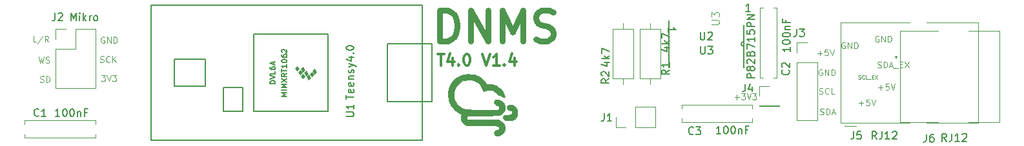
<source format=gbr>
G04 #@! TF.GenerationSoftware,KiCad,Pcbnew,(5.1.5)-3*
G04 #@! TF.CreationDate,2020-07-14T16:47:23+02:00*
G04 #@! TF.ProjectId,DNMS,444e4d53-2e6b-4696-9361-645f70636258,0.9.0*
G04 #@! TF.SameCoordinates,Original*
G04 #@! TF.FileFunction,Legend,Top*
G04 #@! TF.FilePolarity,Positive*
%FSLAX46Y46*%
G04 Gerber Fmt 4.6, Leading zero omitted, Abs format (unit mm)*
G04 Created by KiCad (PCBNEW (5.1.5)-3) date 2020-07-14 16:47:23*
%MOMM*%
%LPD*%
G04 APERTURE LIST*
%ADD10C,0.100000*%
%ADD11C,0.080000*%
%ADD12C,0.150000*%
%ADD13C,0.300000*%
%ADD14C,0.750000*%
%ADD15C,0.200000*%
%ADD16C,0.120000*%
%ADD17C,0.010000*%
%ADD18C,0.152400*%
%ADD19C,0.015000*%
G04 APERTURE END LIST*
D10*
X173271432Y-83717089D02*
X173385718Y-83755184D01*
X173576194Y-83755184D01*
X173652384Y-83717089D01*
X173690480Y-83678994D01*
X173728575Y-83602803D01*
X173728575Y-83526613D01*
X173690480Y-83450422D01*
X173652384Y-83412327D01*
X173576194Y-83374232D01*
X173423813Y-83336137D01*
X173347622Y-83298041D01*
X173309527Y-83259946D01*
X173271432Y-83183756D01*
X173271432Y-83107565D01*
X173309527Y-83031375D01*
X173347622Y-82993280D01*
X173423813Y-82955184D01*
X173614289Y-82955184D01*
X173728575Y-82993280D01*
X174071432Y-83755184D02*
X174071432Y-82955184D01*
X174261908Y-82955184D01*
X174376194Y-82993280D01*
X174452384Y-83069470D01*
X174490480Y-83145660D01*
X174528575Y-83298041D01*
X174528575Y-83412327D01*
X174490480Y-83564708D01*
X174452384Y-83640899D01*
X174376194Y-83717089D01*
X174261908Y-83755184D01*
X174071432Y-83755184D01*
X174833337Y-83526613D02*
X175214289Y-83526613D01*
X174757146Y-83755184D02*
X175023813Y-82955184D01*
X175290480Y-83755184D01*
X175366670Y-83831375D02*
X175976194Y-83831375D01*
X176166670Y-83336137D02*
X176433337Y-83336137D01*
X176547622Y-83755184D02*
X176166670Y-83755184D01*
X176166670Y-82955184D01*
X176547622Y-82955184D01*
X176814289Y-82955184D02*
X177347622Y-83755184D01*
X177347622Y-82955184D02*
X176814289Y-83755184D01*
D11*
X170730860Y-85198400D02*
X170802288Y-85222210D01*
X170921336Y-85222210D01*
X170968955Y-85198400D01*
X170992764Y-85174591D01*
X171016574Y-85126972D01*
X171016574Y-85079353D01*
X170992764Y-85031734D01*
X170968955Y-85007924D01*
X170921336Y-84984115D01*
X170826098Y-84960305D01*
X170778479Y-84936496D01*
X170754669Y-84912686D01*
X170730860Y-84865067D01*
X170730860Y-84817448D01*
X170754669Y-84769829D01*
X170778479Y-84746020D01*
X170826098Y-84722210D01*
X170945145Y-84722210D01*
X171016574Y-84746020D01*
X171516574Y-85174591D02*
X171492764Y-85198400D01*
X171421336Y-85222210D01*
X171373717Y-85222210D01*
X171302288Y-85198400D01*
X171254669Y-85150781D01*
X171230860Y-85103162D01*
X171207050Y-85007924D01*
X171207050Y-84936496D01*
X171230860Y-84841258D01*
X171254669Y-84793639D01*
X171302288Y-84746020D01*
X171373717Y-84722210D01*
X171421336Y-84722210D01*
X171492764Y-84746020D01*
X171516574Y-84769829D01*
X171968955Y-85222210D02*
X171730860Y-85222210D01*
X171730860Y-84722210D01*
X172016574Y-85269829D02*
X172397526Y-85269829D01*
X172516574Y-84960305D02*
X172683240Y-84960305D01*
X172754669Y-85222210D02*
X172516574Y-85222210D01*
X172516574Y-84722210D01*
X172754669Y-84722210D01*
X172921336Y-84722210D02*
X173254669Y-85222210D01*
X173254669Y-84722210D02*
X172921336Y-85222210D01*
D10*
X170802428Y-88421202D02*
X171411952Y-88421202D01*
X171107190Y-88725964D02*
X171107190Y-88116440D01*
X172173857Y-87925964D02*
X171792904Y-87925964D01*
X171754809Y-88306917D01*
X171792904Y-88268821D01*
X171869095Y-88230726D01*
X172059571Y-88230726D01*
X172135761Y-88268821D01*
X172173857Y-88306917D01*
X172211952Y-88383107D01*
X172211952Y-88573583D01*
X172173857Y-88649774D01*
X172135761Y-88687869D01*
X172059571Y-88725964D01*
X171869095Y-88725964D01*
X171792904Y-88687869D01*
X171754809Y-88649774D01*
X172440523Y-87925964D02*
X172707190Y-88725964D01*
X172973857Y-87925964D01*
X173342428Y-86343482D02*
X173951952Y-86343482D01*
X173647190Y-86648244D02*
X173647190Y-86038720D01*
X174713857Y-85848244D02*
X174332904Y-85848244D01*
X174294809Y-86229197D01*
X174332904Y-86191101D01*
X174409095Y-86153006D01*
X174599571Y-86153006D01*
X174675761Y-86191101D01*
X174713857Y-86229197D01*
X174751952Y-86305387D01*
X174751952Y-86495863D01*
X174713857Y-86572054D01*
X174675761Y-86610149D01*
X174599571Y-86648244D01*
X174409095Y-86648244D01*
X174332904Y-86610149D01*
X174294809Y-86572054D01*
X174980523Y-85848244D02*
X175247190Y-86648244D01*
X175513857Y-85848244D01*
X168978656Y-80443120D02*
X168902465Y-80405024D01*
X168788180Y-80405024D01*
X168673894Y-80443120D01*
X168597703Y-80519310D01*
X168559608Y-80595500D01*
X168521513Y-80747881D01*
X168521513Y-80862167D01*
X168559608Y-81014548D01*
X168597703Y-81090739D01*
X168673894Y-81166929D01*
X168788180Y-81205024D01*
X168864370Y-81205024D01*
X168978656Y-81166929D01*
X169016751Y-81128834D01*
X169016751Y-80862167D01*
X168864370Y-80862167D01*
X169359608Y-81205024D02*
X169359608Y-80405024D01*
X169816751Y-81205024D01*
X169816751Y-80405024D01*
X170197703Y-81205024D02*
X170197703Y-80405024D01*
X170388180Y-80405024D01*
X170502465Y-80443120D01*
X170578656Y-80519310D01*
X170616751Y-80595500D01*
X170654846Y-80747881D01*
X170654846Y-80862167D01*
X170616751Y-81014548D01*
X170578656Y-81090739D01*
X170502465Y-81166929D01*
X170388180Y-81205024D01*
X170197703Y-81205024D01*
X173400796Y-79587140D02*
X173324605Y-79549044D01*
X173210320Y-79549044D01*
X173096034Y-79587140D01*
X173019843Y-79663330D01*
X172981748Y-79739520D01*
X172943653Y-79891901D01*
X172943653Y-80006187D01*
X172981748Y-80158568D01*
X173019843Y-80234759D01*
X173096034Y-80310949D01*
X173210320Y-80349044D01*
X173286510Y-80349044D01*
X173400796Y-80310949D01*
X173438891Y-80272854D01*
X173438891Y-80006187D01*
X173286510Y-80006187D01*
X173781748Y-80349044D02*
X173781748Y-79549044D01*
X174238891Y-80349044D01*
X174238891Y-79549044D01*
X174619843Y-80349044D02*
X174619843Y-79549044D01*
X174810320Y-79549044D01*
X174924605Y-79587140D01*
X175000796Y-79663330D01*
X175038891Y-79739520D01*
X175076986Y-79891901D01*
X175076986Y-80006187D01*
X175038891Y-80158568D01*
X175000796Y-80234759D01*
X174924605Y-80310949D01*
X174810320Y-80349044D01*
X174619843Y-80349044D01*
D12*
X173116050Y-93139520D02*
X172782717Y-92663330D01*
X172544621Y-93139520D02*
X172544621Y-92139520D01*
X172925574Y-92139520D01*
X173020812Y-92187140D01*
X173068431Y-92234759D01*
X173116050Y-92329997D01*
X173116050Y-92472854D01*
X173068431Y-92568092D01*
X173020812Y-92615711D01*
X172925574Y-92663330D01*
X172544621Y-92663330D01*
X173830336Y-92139520D02*
X173830336Y-92853806D01*
X173782717Y-92996663D01*
X173687479Y-93091901D01*
X173544621Y-93139520D01*
X173449383Y-93139520D01*
X174830336Y-93139520D02*
X174258907Y-93139520D01*
X174544621Y-93139520D02*
X174544621Y-92139520D01*
X174449383Y-92282378D01*
X174354145Y-92377616D01*
X174258907Y-92425235D01*
X175211288Y-92234759D02*
X175258907Y-92187140D01*
X175354145Y-92139520D01*
X175592240Y-92139520D01*
X175687479Y-92187140D01*
X175735098Y-92234759D01*
X175782717Y-92329997D01*
X175782717Y-92425235D01*
X175735098Y-92568092D01*
X175163669Y-93139520D01*
X175782717Y-93139520D01*
X67474364Y-77554080D02*
X67474364Y-76554080D01*
X67807698Y-77268366D01*
X68141031Y-76554080D01*
X68141031Y-77554080D01*
X68617221Y-77554080D02*
X68617221Y-76887414D01*
X68617221Y-76554080D02*
X68569602Y-76601700D01*
X68617221Y-76649319D01*
X68664840Y-76601700D01*
X68617221Y-76554080D01*
X68617221Y-76649319D01*
X69093412Y-77554080D02*
X69093412Y-76554080D01*
X69188650Y-77173128D02*
X69474364Y-77554080D01*
X69474364Y-76887414D02*
X69093412Y-77268366D01*
X69902936Y-77554080D02*
X69902936Y-76887414D01*
X69902936Y-77077890D02*
X69950555Y-76982652D01*
X69998174Y-76935033D01*
X70093412Y-76887414D01*
X70188650Y-76887414D01*
X70664840Y-77554080D02*
X70569602Y-77506461D01*
X70521983Y-77458842D01*
X70474364Y-77363604D01*
X70474364Y-77077890D01*
X70521983Y-76982652D01*
X70569602Y-76935033D01*
X70664840Y-76887414D01*
X70807698Y-76887414D01*
X70902936Y-76935033D01*
X70950555Y-76982652D01*
X70998174Y-77077890D01*
X70998174Y-77363604D01*
X70950555Y-77458842D01*
X70902936Y-77506461D01*
X70807698Y-77554080D01*
X70664840Y-77554080D01*
X156546514Y-76322180D02*
X155975085Y-76322180D01*
X156260800Y-76322180D02*
X156260800Y-75322180D01*
X156165561Y-75465038D01*
X156070323Y-75560276D01*
X155975085Y-75607895D01*
X145800819Y-79051114D02*
X145800819Y-78479685D01*
X145800819Y-78765400D02*
X146800819Y-78765400D01*
X146657961Y-78670161D01*
X146562723Y-78574923D01*
X146515104Y-78479685D01*
D10*
X154485516Y-87610942D02*
X155095040Y-87610942D01*
X154790278Y-87915704D02*
X154790278Y-87306180D01*
X155399801Y-87115704D02*
X155895040Y-87115704D01*
X155628373Y-87420466D01*
X155742659Y-87420466D01*
X155818849Y-87458561D01*
X155856944Y-87496657D01*
X155895040Y-87572847D01*
X155895040Y-87763323D01*
X155856944Y-87839514D01*
X155818849Y-87877609D01*
X155742659Y-87915704D01*
X155514087Y-87915704D01*
X155437897Y-87877609D01*
X155399801Y-87839514D01*
X156123611Y-87115704D02*
X156390278Y-87915704D01*
X156656944Y-87115704D01*
X156847420Y-87115704D02*
X157342659Y-87115704D01*
X157075992Y-87420466D01*
X157190278Y-87420466D01*
X157266468Y-87458561D01*
X157304563Y-87496657D01*
X157342659Y-87572847D01*
X157342659Y-87763323D01*
X157304563Y-87839514D01*
X157266468Y-87877609D01*
X157190278Y-87915704D01*
X156961706Y-87915704D01*
X156885516Y-87877609D01*
X156847420Y-87839514D01*
X62953971Y-80371904D02*
X62573019Y-80371904D01*
X62573019Y-79571904D01*
X63792066Y-79533809D02*
X63106352Y-80562380D01*
X64515876Y-80371904D02*
X64249209Y-79990952D01*
X64058733Y-80371904D02*
X64058733Y-79571904D01*
X64363495Y-79571904D01*
X64439685Y-79610000D01*
X64477780Y-79648095D01*
X64515876Y-79724285D01*
X64515876Y-79838571D01*
X64477780Y-79914761D01*
X64439685Y-79952857D01*
X64363495Y-79990952D01*
X64058733Y-79990952D01*
X63233390Y-82315104D02*
X63423866Y-83115104D01*
X63576247Y-82543676D01*
X63728628Y-83115104D01*
X63919104Y-82315104D01*
X64185771Y-83077009D02*
X64300057Y-83115104D01*
X64490533Y-83115104D01*
X64566723Y-83077009D01*
X64604819Y-83038914D01*
X64642914Y-82962723D01*
X64642914Y-82886533D01*
X64604819Y-82810342D01*
X64566723Y-82772247D01*
X64490533Y-82734152D01*
X64338152Y-82696057D01*
X64261961Y-82657961D01*
X64223866Y-82619866D01*
X64185771Y-82543676D01*
X64185771Y-82467485D01*
X64223866Y-82391295D01*
X64261961Y-82353200D01*
X64338152Y-82315104D01*
X64528628Y-82315104D01*
X64642914Y-82353200D01*
X63455628Y-85617009D02*
X63569914Y-85655104D01*
X63760390Y-85655104D01*
X63836580Y-85617009D01*
X63874676Y-85578914D01*
X63912771Y-85502723D01*
X63912771Y-85426533D01*
X63874676Y-85350342D01*
X63836580Y-85312247D01*
X63760390Y-85274152D01*
X63608009Y-85236057D01*
X63531819Y-85197961D01*
X63493723Y-85159866D01*
X63455628Y-85083676D01*
X63455628Y-85007485D01*
X63493723Y-84931295D01*
X63531819Y-84893200D01*
X63608009Y-84855104D01*
X63798485Y-84855104D01*
X63912771Y-84893200D01*
X64255628Y-85655104D02*
X64255628Y-84855104D01*
X64446104Y-84855104D01*
X64560390Y-84893200D01*
X64636580Y-84969390D01*
X64674676Y-85045580D01*
X64712771Y-85197961D01*
X64712771Y-85312247D01*
X64674676Y-85464628D01*
X64636580Y-85540819D01*
X64560390Y-85617009D01*
X64446104Y-85655104D01*
X64255628Y-85655104D01*
D13*
X115534774Y-81949551D02*
X116391917Y-81949551D01*
X115963345Y-83449551D02*
X115963345Y-81949551D01*
X117534774Y-82449551D02*
X117534774Y-83449551D01*
X117177631Y-81878122D02*
X116820488Y-82949551D01*
X117749060Y-82949551D01*
X118320488Y-83306694D02*
X118391917Y-83378122D01*
X118320488Y-83449551D01*
X118249060Y-83378122D01*
X118320488Y-83306694D01*
X118320488Y-83449551D01*
X119320488Y-81949551D02*
X119463345Y-81949551D01*
X119606202Y-82020980D01*
X119677631Y-82092408D01*
X119749060Y-82235265D01*
X119820488Y-82520980D01*
X119820488Y-82878122D01*
X119749060Y-83163837D01*
X119677631Y-83306694D01*
X119606202Y-83378122D01*
X119463345Y-83449551D01*
X119320488Y-83449551D01*
X119177631Y-83378122D01*
X119106202Y-83306694D01*
X119034774Y-83163837D01*
X118963345Y-82878122D01*
X118963345Y-82520980D01*
X119034774Y-82235265D01*
X119106202Y-82092408D01*
X119177631Y-82020980D01*
X119320488Y-81949551D01*
X121391917Y-81949551D02*
X121891917Y-83449551D01*
X122391917Y-81949551D01*
X123677631Y-83449551D02*
X122820488Y-83449551D01*
X123249060Y-83449551D02*
X123249060Y-81949551D01*
X123106202Y-82163837D01*
X122963345Y-82306694D01*
X122820488Y-82378122D01*
X124320488Y-83306694D02*
X124391917Y-83378122D01*
X124320488Y-83449551D01*
X124249060Y-83378122D01*
X124320488Y-83306694D01*
X124320488Y-83449551D01*
X125677631Y-82449551D02*
X125677631Y-83449551D01*
X125320488Y-81878122D02*
X124963345Y-82949551D01*
X125891917Y-82949551D01*
D10*
X71450323Y-84728104D02*
X71945561Y-84728104D01*
X71678895Y-85032866D01*
X71793180Y-85032866D01*
X71869371Y-85070961D01*
X71907466Y-85109057D01*
X71945561Y-85185247D01*
X71945561Y-85375723D01*
X71907466Y-85451914D01*
X71869371Y-85490009D01*
X71793180Y-85528104D01*
X71564609Y-85528104D01*
X71488419Y-85490009D01*
X71450323Y-85451914D01*
X72174133Y-84728104D02*
X72440800Y-85528104D01*
X72707466Y-84728104D01*
X72897942Y-84728104D02*
X73393180Y-84728104D01*
X73126514Y-85032866D01*
X73240800Y-85032866D01*
X73316990Y-85070961D01*
X73355085Y-85109057D01*
X73393180Y-85185247D01*
X73393180Y-85375723D01*
X73355085Y-85451914D01*
X73316990Y-85490009D01*
X73240800Y-85528104D01*
X73012228Y-85528104D01*
X72936038Y-85490009D01*
X72897942Y-85451914D01*
X71336028Y-83000809D02*
X71450314Y-83038904D01*
X71640790Y-83038904D01*
X71716980Y-83000809D01*
X71755076Y-82962714D01*
X71793171Y-82886523D01*
X71793171Y-82810333D01*
X71755076Y-82734142D01*
X71716980Y-82696047D01*
X71640790Y-82657952D01*
X71488409Y-82619857D01*
X71412219Y-82581761D01*
X71374123Y-82543666D01*
X71336028Y-82467476D01*
X71336028Y-82391285D01*
X71374123Y-82315095D01*
X71412219Y-82277000D01*
X71488409Y-82238904D01*
X71678885Y-82238904D01*
X71793171Y-82277000D01*
X72593171Y-82962714D02*
X72555076Y-83000809D01*
X72440790Y-83038904D01*
X72364600Y-83038904D01*
X72250314Y-83000809D01*
X72174123Y-82924619D01*
X72136028Y-82848428D01*
X72097933Y-82696047D01*
X72097933Y-82581761D01*
X72136028Y-82429380D01*
X72174123Y-82353190D01*
X72250314Y-82277000D01*
X72364600Y-82238904D01*
X72440790Y-82238904D01*
X72555076Y-82277000D01*
X72593171Y-82315095D01*
X72936028Y-83038904D02*
X72936028Y-82238904D01*
X73393171Y-83038904D02*
X73050314Y-82581761D01*
X73393171Y-82238904D02*
X72936028Y-82696047D01*
X71856676Y-79711600D02*
X71780485Y-79673504D01*
X71666200Y-79673504D01*
X71551914Y-79711600D01*
X71475723Y-79787790D01*
X71437628Y-79863980D01*
X71399533Y-80016361D01*
X71399533Y-80130647D01*
X71437628Y-80283028D01*
X71475723Y-80359219D01*
X71551914Y-80435409D01*
X71666200Y-80473504D01*
X71742390Y-80473504D01*
X71856676Y-80435409D01*
X71894771Y-80397314D01*
X71894771Y-80130647D01*
X71742390Y-80130647D01*
X72237628Y-80473504D02*
X72237628Y-79673504D01*
X72694771Y-80473504D01*
X72694771Y-79673504D01*
X73075723Y-80473504D02*
X73075723Y-79673504D01*
X73266200Y-79673504D01*
X73380485Y-79711600D01*
X73456676Y-79787790D01*
X73494771Y-79863980D01*
X73532866Y-80016361D01*
X73532866Y-80130647D01*
X73494771Y-80283028D01*
X73456676Y-80359219D01*
X73380485Y-80435409D01*
X73266200Y-80473504D01*
X73075723Y-80473504D01*
X165713531Y-89876589D02*
X165827817Y-89914684D01*
X166018293Y-89914684D01*
X166094483Y-89876589D01*
X166132579Y-89838494D01*
X166170674Y-89762303D01*
X166170674Y-89686113D01*
X166132579Y-89609922D01*
X166094483Y-89571827D01*
X166018293Y-89533732D01*
X165865912Y-89495637D01*
X165789721Y-89457541D01*
X165751626Y-89419446D01*
X165713531Y-89343256D01*
X165713531Y-89267065D01*
X165751626Y-89190875D01*
X165789721Y-89152780D01*
X165865912Y-89114684D01*
X166056388Y-89114684D01*
X166170674Y-89152780D01*
X166513531Y-89914684D02*
X166513531Y-89114684D01*
X166704007Y-89114684D01*
X166818293Y-89152780D01*
X166894483Y-89228970D01*
X166932579Y-89305160D01*
X166970674Y-89457541D01*
X166970674Y-89571827D01*
X166932579Y-89724208D01*
X166894483Y-89800399D01*
X166818293Y-89876589D01*
X166704007Y-89914684D01*
X166513531Y-89914684D01*
X167275436Y-89686113D02*
X167656388Y-89686113D01*
X167199245Y-89914684D02*
X167465912Y-89114684D01*
X167732579Y-89914684D01*
X165600499Y-87171489D02*
X165714784Y-87209584D01*
X165905260Y-87209584D01*
X165981451Y-87171489D01*
X166019546Y-87133394D01*
X166057641Y-87057203D01*
X166057641Y-86981013D01*
X166019546Y-86904822D01*
X165981451Y-86866727D01*
X165905260Y-86828632D01*
X165752880Y-86790537D01*
X165676689Y-86752441D01*
X165638594Y-86714346D01*
X165600499Y-86638156D01*
X165600499Y-86561965D01*
X165638594Y-86485775D01*
X165676689Y-86447680D01*
X165752880Y-86409584D01*
X165943356Y-86409584D01*
X166057641Y-86447680D01*
X166857641Y-87133394D02*
X166819546Y-87171489D01*
X166705260Y-87209584D01*
X166629070Y-87209584D01*
X166514784Y-87171489D01*
X166438594Y-87095299D01*
X166400499Y-87019108D01*
X166362403Y-86866727D01*
X166362403Y-86752441D01*
X166400499Y-86600060D01*
X166438594Y-86523870D01*
X166514784Y-86447680D01*
X166629070Y-86409584D01*
X166705260Y-86409584D01*
X166819546Y-86447680D01*
X166857641Y-86485775D01*
X167581451Y-87209584D02*
X167200499Y-87209584D01*
X167200499Y-86409584D01*
X165976376Y-84006740D02*
X165900185Y-83968644D01*
X165785900Y-83968644D01*
X165671614Y-84006740D01*
X165595423Y-84082930D01*
X165557328Y-84159120D01*
X165519233Y-84311501D01*
X165519233Y-84425787D01*
X165557328Y-84578168D01*
X165595423Y-84654359D01*
X165671614Y-84730549D01*
X165785900Y-84768644D01*
X165862090Y-84768644D01*
X165976376Y-84730549D01*
X166014471Y-84692454D01*
X166014471Y-84425787D01*
X165862090Y-84425787D01*
X166357328Y-84768644D02*
X166357328Y-83968644D01*
X166814471Y-84768644D01*
X166814471Y-83968644D01*
X167195423Y-84768644D02*
X167195423Y-83968644D01*
X167385900Y-83968644D01*
X167500185Y-84006740D01*
X167576376Y-84082930D01*
X167614471Y-84159120D01*
X167652566Y-84311501D01*
X167652566Y-84425787D01*
X167614471Y-84578168D01*
X167576376Y-84654359D01*
X167500185Y-84730549D01*
X167385900Y-84768644D01*
X167195423Y-84768644D01*
X165361748Y-81824822D02*
X165971272Y-81824822D01*
X165666510Y-82129584D02*
X165666510Y-81520060D01*
X166733177Y-81329584D02*
X166352224Y-81329584D01*
X166314129Y-81710537D01*
X166352224Y-81672441D01*
X166428415Y-81634346D01*
X166618891Y-81634346D01*
X166695081Y-81672441D01*
X166733177Y-81710537D01*
X166771272Y-81786727D01*
X166771272Y-81977203D01*
X166733177Y-82053394D01*
X166695081Y-82091489D01*
X166618891Y-82129584D01*
X166428415Y-82129584D01*
X166352224Y-82091489D01*
X166314129Y-82053394D01*
X166999843Y-81329584D02*
X167266510Y-82129584D01*
X167533177Y-81329584D01*
D14*
X115869366Y-80219323D02*
X115869366Y-76219323D01*
X116821747Y-76219323D01*
X117393176Y-76409800D01*
X117774128Y-76790752D01*
X117964604Y-77171704D01*
X118155080Y-77933609D01*
X118155080Y-78505038D01*
X117964604Y-79266942D01*
X117774128Y-79647895D01*
X117393176Y-80028847D01*
X116821747Y-80219323D01*
X115869366Y-80219323D01*
X119869366Y-80219323D02*
X119869366Y-76219323D01*
X122155080Y-80219323D01*
X122155080Y-76219323D01*
X124059842Y-80219323D02*
X124059842Y-76219323D01*
X125393176Y-79076466D01*
X126726509Y-76219323D01*
X126726509Y-80219323D01*
X128440795Y-80028847D02*
X129012223Y-80219323D01*
X129964604Y-80219323D01*
X130345557Y-80028847D01*
X130536033Y-79838371D01*
X130726509Y-79457419D01*
X130726509Y-79076466D01*
X130536033Y-78695514D01*
X130345557Y-78505038D01*
X129964604Y-78314561D01*
X129202700Y-78124085D01*
X128821747Y-77933609D01*
X128631271Y-77743133D01*
X128440795Y-77362180D01*
X128440795Y-76981228D01*
X128631271Y-76600276D01*
X128821747Y-76409800D01*
X129202700Y-76219323D01*
X130155080Y-76219323D01*
X130726509Y-76409800D01*
D10*
X181202480Y-90912200D02*
X176202480Y-90912200D01*
X176202480Y-90912200D02*
X176202480Y-78912200D01*
X176202480Y-78912200D02*
X181202480Y-78912200D01*
X185202480Y-90912200D02*
X189202480Y-90912200D01*
X189202480Y-90912200D02*
X189202480Y-78912200D01*
X189202480Y-78912200D02*
X185202480Y-78912200D01*
D15*
X175702480Y-82412200D02*
X175702480Y-82412200D01*
X175702480Y-82212200D02*
X175702480Y-82212200D01*
X175702480Y-82212200D02*
G75*
G03X175702480Y-82412200I0J-100000D01*
G01*
X175702480Y-82412200D02*
G75*
G03X175702480Y-82212200I0J100000D01*
G01*
D16*
X168406440Y-90998560D02*
X168406440Y-77798560D01*
X168406440Y-77798560D02*
X177426440Y-77798560D01*
D10*
X186286440Y-77798560D02*
X186406440Y-77798560D01*
D16*
X186406440Y-77798560D02*
X179626440Y-77798560D01*
D10*
X186396440Y-77798560D02*
X186406440Y-77798560D01*
D16*
X186406440Y-77798560D02*
X186406440Y-90998560D01*
X186406440Y-90998560D02*
X179626440Y-90998560D01*
D10*
X177356440Y-90998560D02*
X177426440Y-90998560D01*
D16*
X177426440Y-90998560D02*
X168406440Y-90998560D01*
X170406440Y-91468560D02*
X168876440Y-91468560D01*
X157699400Y-86147600D02*
X159029400Y-86147600D01*
X157699400Y-87477600D02*
X157699400Y-86147600D01*
X157699400Y-88747600D02*
X160359400Y-88747600D01*
X160359400Y-88747600D02*
X160359400Y-88807600D01*
X157699400Y-88747600D02*
X157699400Y-88807600D01*
X157699400Y-88807600D02*
X160359400Y-88807600D01*
X147542200Y-88650200D02*
X156782200Y-88650200D01*
X147542200Y-90890200D02*
X156782200Y-90890200D01*
X147542200Y-88650200D02*
X147542200Y-89105200D01*
X147542200Y-90435200D02*
X147542200Y-90890200D01*
X156782200Y-88650200D02*
X156782200Y-89105200D01*
X156782200Y-90435200D02*
X156782200Y-90890200D01*
X157807800Y-85080400D02*
X157807800Y-75840400D01*
X160047800Y-85080400D02*
X160047800Y-75840400D01*
X157807800Y-85080400D02*
X158262800Y-85080400D01*
X159592800Y-85080400D02*
X160047800Y-85080400D01*
X157807800Y-75840400D02*
X158262800Y-75840400D01*
X159592800Y-75840400D02*
X160047800Y-75840400D01*
X70669200Y-92947400D02*
X61429200Y-92947400D01*
X70669200Y-90707400D02*
X61429200Y-90707400D01*
X70669200Y-92947400D02*
X70669200Y-92492400D01*
X70669200Y-91162400D02*
X70669200Y-90707400D01*
X61429200Y-92947400D02*
X61429200Y-92492400D01*
X61429200Y-91162400D02*
X61429200Y-90707400D01*
D10*
G36*
X99669600Y-84302600D02*
G01*
X99415600Y-84556600D01*
X99161600Y-84175600D01*
X99415600Y-83921600D01*
X99669600Y-84302600D01*
G37*
X99669600Y-84302600D02*
X99415600Y-84556600D01*
X99161600Y-84175600D01*
X99415600Y-83921600D01*
X99669600Y-84302600D01*
G36*
X99288600Y-84683600D02*
G01*
X99034600Y-84937600D01*
X98780600Y-84556600D01*
X99034600Y-84302600D01*
X99288600Y-84683600D01*
G37*
X99288600Y-84683600D02*
X99034600Y-84937600D01*
X98780600Y-84556600D01*
X99034600Y-84302600D01*
X99288600Y-84683600D01*
G36*
X97383600Y-83921600D02*
G01*
X97129600Y-84175600D01*
X96875600Y-83794600D01*
X97129600Y-83540600D01*
X97383600Y-83921600D01*
G37*
X97383600Y-83921600D02*
X97129600Y-84175600D01*
X96875600Y-83794600D01*
X97129600Y-83540600D01*
X97383600Y-83921600D01*
G36*
X97764600Y-84429600D02*
G01*
X97510600Y-84683600D01*
X97256600Y-84302600D01*
X97510600Y-84048600D01*
X97764600Y-84429600D01*
G37*
X97764600Y-84429600D02*
X97510600Y-84683600D01*
X97256600Y-84302600D01*
X97510600Y-84048600D01*
X97764600Y-84429600D01*
G36*
X98145600Y-84937600D02*
G01*
X97891600Y-85191600D01*
X97637600Y-84810600D01*
X97891600Y-84556600D01*
X98145600Y-84937600D01*
G37*
X98145600Y-84937600D02*
X97891600Y-85191600D01*
X97637600Y-84810600D01*
X97891600Y-84556600D01*
X98145600Y-84937600D01*
G36*
X98145600Y-84048600D02*
G01*
X97891600Y-84302600D01*
X97637600Y-83921600D01*
X97891600Y-83667600D01*
X98145600Y-84048600D01*
G37*
X98145600Y-84048600D02*
X97891600Y-84302600D01*
X97637600Y-83921600D01*
X97891600Y-83667600D01*
X98145600Y-84048600D01*
G36*
X98526600Y-84556600D02*
G01*
X98272600Y-84810600D01*
X98018600Y-84429600D01*
X98272600Y-84175600D01*
X98526600Y-84556600D01*
G37*
X98526600Y-84556600D02*
X98272600Y-84810600D01*
X98018600Y-84429600D01*
X98272600Y-84175600D01*
X98526600Y-84556600D01*
G36*
X98907600Y-85064600D02*
G01*
X98653600Y-85318600D01*
X98399600Y-84937600D01*
X98653600Y-84683600D01*
X98907600Y-85064600D01*
G37*
X98907600Y-85064600D02*
X98653600Y-85318600D01*
X98399600Y-84937600D01*
X98653600Y-84683600D01*
X98907600Y-85064600D01*
D12*
X90017600Y-86334600D02*
X90017600Y-89509600D01*
X87477600Y-86334600D02*
X90017600Y-86334600D01*
X87477600Y-89509600D02*
X87477600Y-86334600D01*
X90017600Y-89509600D02*
X87477600Y-89509600D01*
X113512600Y-75539600D02*
X113512600Y-93319600D01*
X77952600Y-75539600D02*
X113512600Y-75539600D01*
X77952600Y-93319600D02*
X77952600Y-75539600D01*
X113512600Y-93319600D02*
X77952600Y-93319600D01*
X91414600Y-79349600D02*
X101193600Y-79349600D01*
X91414600Y-89509600D02*
X101193600Y-89509600D01*
X101193600Y-89509600D02*
X101193600Y-79349600D01*
X91414600Y-79349600D02*
X91414600Y-89509600D01*
X85064600Y-86207600D02*
X81000600Y-86207600D01*
X85064600Y-82651600D02*
X85064600Y-86207600D01*
X81000600Y-82651600D02*
X85064600Y-82651600D01*
X81000600Y-86207600D02*
X81000600Y-82651600D01*
X108940600Y-80619600D02*
X113512600Y-80619600D01*
X108940600Y-88239600D02*
X113512600Y-88239600D01*
X108940600Y-80619600D02*
X108940600Y-88239600D01*
X114782600Y-88239600D02*
X113512600Y-88239600D01*
X114782600Y-80619600D02*
X114782600Y-88239600D01*
X113512600Y-80619600D02*
X114782600Y-80619600D01*
D16*
X65472000Y-78680000D02*
X66802000Y-78680000D01*
X65472000Y-80010000D02*
X65472000Y-78680000D01*
X68072000Y-78680000D02*
X70672000Y-78680000D01*
X68072000Y-81280000D02*
X68072000Y-78680000D01*
X65472000Y-81280000D02*
X68072000Y-81280000D01*
X70672000Y-78680000D02*
X70672000Y-86420000D01*
X65472000Y-81280000D02*
X65472000Y-86420000D01*
X65472000Y-86420000D02*
X70672000Y-86420000D01*
D17*
G36*
X125245429Y-88633740D02*
G01*
X125361483Y-88672012D01*
X125587414Y-88780127D01*
X125767540Y-88919529D01*
X125916516Y-89102100D01*
X125943053Y-89143528D01*
X125977482Y-89210671D01*
X126000380Y-89289588D01*
X126014816Y-89396584D01*
X126023860Y-89547968D01*
X126025086Y-89579396D01*
X126027066Y-89782801D01*
X126013032Y-89940347D01*
X125978765Y-90068572D01*
X125920047Y-90184011D01*
X125844085Y-90289050D01*
X125763277Y-90386765D01*
X125696138Y-90454704D01*
X125621535Y-90510392D01*
X125518334Y-90571355D01*
X125474425Y-90595604D01*
X125406744Y-90630562D01*
X125343835Y-90655035D01*
X125271966Y-90671211D01*
X125177406Y-90681276D01*
X125046426Y-90687419D01*
X124871175Y-90691707D01*
X124704259Y-90693029D01*
X124555778Y-90690356D01*
X124439477Y-90684213D01*
X124369103Y-90675125D01*
X124359622Y-90672175D01*
X124256093Y-90596387D01*
X124186647Y-90482656D01*
X124155067Y-90348846D01*
X124165139Y-90212820D01*
X124220648Y-90092444D01*
X124233413Y-90076507D01*
X124268982Y-90038488D01*
X124306856Y-90012464D01*
X124359969Y-89995385D01*
X124441258Y-89984203D01*
X124563659Y-89975866D01*
X124685851Y-89969852D01*
X124901053Y-89955732D01*
X125060659Y-89933541D01*
X125172456Y-89899082D01*
X125244231Y-89848155D01*
X125283768Y-89776563D01*
X125298854Y-89680107D01*
X125299800Y-89638819D01*
X125272801Y-89518833D01*
X125200914Y-89425744D01*
X125097801Y-89374122D01*
X125046126Y-89368300D01*
X124946587Y-89350398D01*
X124862120Y-89312750D01*
X124751492Y-89226616D01*
X124690580Y-89133804D01*
X124667315Y-89012979D01*
X124665856Y-88965799D01*
X124669489Y-88863960D01*
X124690243Y-88797976D01*
X124740416Y-88740386D01*
X124783159Y-88703861D01*
X124913875Y-88628955D01*
X125065747Y-88605703D01*
X125245429Y-88633740D01*
G37*
X125245429Y-88633740D02*
X125361483Y-88672012D01*
X125587414Y-88780127D01*
X125767540Y-88919529D01*
X125916516Y-89102100D01*
X125943053Y-89143528D01*
X125977482Y-89210671D01*
X126000380Y-89289588D01*
X126014816Y-89396584D01*
X126023860Y-89547968D01*
X126025086Y-89579396D01*
X126027066Y-89782801D01*
X126013032Y-89940347D01*
X125978765Y-90068572D01*
X125920047Y-90184011D01*
X125844085Y-90289050D01*
X125763277Y-90386765D01*
X125696138Y-90454704D01*
X125621535Y-90510392D01*
X125518334Y-90571355D01*
X125474425Y-90595604D01*
X125406744Y-90630562D01*
X125343835Y-90655035D01*
X125271966Y-90671211D01*
X125177406Y-90681276D01*
X125046426Y-90687419D01*
X124871175Y-90691707D01*
X124704259Y-90693029D01*
X124555778Y-90690356D01*
X124439477Y-90684213D01*
X124369103Y-90675125D01*
X124359622Y-90672175D01*
X124256093Y-90596387D01*
X124186647Y-90482656D01*
X124155067Y-90348846D01*
X124165139Y-90212820D01*
X124220648Y-90092444D01*
X124233413Y-90076507D01*
X124268982Y-90038488D01*
X124306856Y-90012464D01*
X124359969Y-89995385D01*
X124441258Y-89984203D01*
X124563659Y-89975866D01*
X124685851Y-89969852D01*
X124901053Y-89955732D01*
X125060659Y-89933541D01*
X125172456Y-89899082D01*
X125244231Y-89848155D01*
X125283768Y-89776563D01*
X125298854Y-89680107D01*
X125299800Y-89638819D01*
X125272801Y-89518833D01*
X125200914Y-89425744D01*
X125097801Y-89374122D01*
X125046126Y-89368300D01*
X124946587Y-89350398D01*
X124862120Y-89312750D01*
X124751492Y-89226616D01*
X124690580Y-89133804D01*
X124667315Y-89012979D01*
X124665856Y-88965799D01*
X124669489Y-88863960D01*
X124690243Y-88797976D01*
X124740416Y-88740386D01*
X124783159Y-88703861D01*
X124913875Y-88628955D01*
X125065747Y-88605703D01*
X125245429Y-88633740D01*
G36*
X119923959Y-84613785D02*
G01*
X120172561Y-84636623D01*
X120386919Y-84672640D01*
X120555714Y-84720161D01*
X120622696Y-84749368D01*
X120692621Y-84782081D01*
X120736859Y-84796097D01*
X120737216Y-84796104D01*
X120774244Y-84811125D01*
X120852235Y-84851196D01*
X120957457Y-84909111D01*
X121014399Y-84941590D01*
X121236402Y-85089034D01*
X121459445Y-85271646D01*
X121664931Y-85472369D01*
X121834260Y-85674149D01*
X121872887Y-85728851D01*
X122009754Y-85932147D01*
X122313339Y-85930727D01*
X122504246Y-85936491D01*
X122692030Y-85953917D01*
X122859861Y-85980583D01*
X122990908Y-86014069D01*
X123043657Y-86035781D01*
X123100056Y-86063429D01*
X123189620Y-86105470D01*
X123247784Y-86132195D01*
X123327139Y-86175548D01*
X123429992Y-86241610D01*
X123544125Y-86321235D01*
X123657318Y-86405275D01*
X123757353Y-86484581D01*
X123832011Y-86550007D01*
X123869073Y-86592403D01*
X123871050Y-86598819D01*
X123890690Y-86635939D01*
X123938755Y-86695464D01*
X123946550Y-86703997D01*
X124011268Y-86788867D01*
X124087053Y-86910429D01*
X124163897Y-87049800D01*
X124231794Y-87188099D01*
X124280735Y-87306443D01*
X124298498Y-87368050D01*
X124323177Y-87466433D01*
X124353860Y-87549281D01*
X124354488Y-87550564D01*
X124376583Y-87615165D01*
X124356993Y-87639394D01*
X124292734Y-87623786D01*
X124198702Y-87578502D01*
X124026880Y-87491214D01*
X123888513Y-87432033D01*
X123764344Y-87393660D01*
X123652356Y-87371440D01*
X123531175Y-87341992D01*
X123455839Y-87295699D01*
X123433770Y-87269314D01*
X123300012Y-87099473D01*
X123150771Y-86960316D01*
X122970406Y-86839610D01*
X122743273Y-86725117D01*
X122731023Y-86719611D01*
X122667190Y-86704963D01*
X122557848Y-86693453D01*
X122420967Y-86686627D01*
X122334148Y-86685425D01*
X122160775Y-86688923D01*
X122027541Y-86703180D01*
X121911288Y-86733836D01*
X121788860Y-86786533D01*
X121675401Y-86845902D01*
X121604118Y-86881842D01*
X121569066Y-86879232D01*
X121551694Y-86828600D01*
X121543205Y-86778397D01*
X121508230Y-86655521D01*
X121442673Y-86501974D01*
X121356219Y-86336187D01*
X121258555Y-86176586D01*
X121159369Y-86041600D01*
X121150182Y-86030683D01*
X120979183Y-85853786D01*
X120787607Y-85694552D01*
X120595515Y-85568846D01*
X120513028Y-85526885D01*
X120415670Y-85481849D01*
X120336169Y-85443768D01*
X120309773Y-85430418D01*
X120209336Y-85395612D01*
X120061090Y-85368065D01*
X119880477Y-85349394D01*
X119682935Y-85341216D01*
X119491904Y-85344728D01*
X119184578Y-85379443D01*
X118913459Y-85453447D01*
X118660968Y-85572273D01*
X118549425Y-85641388D01*
X118427972Y-85733938D01*
X118295671Y-85853822D01*
X118167544Y-85985469D01*
X118058611Y-86113306D01*
X117983893Y-86221763D01*
X117976721Y-86235092D01*
X117937069Y-86306695D01*
X117907784Y-86349642D01*
X117905259Y-86352050D01*
X117879002Y-86394191D01*
X117841090Y-86479462D01*
X117798195Y-86590195D01*
X117756987Y-86708721D01*
X117724137Y-86817371D01*
X117713471Y-86860050D01*
X117693896Y-86990786D01*
X117684201Y-87152879D01*
X117683598Y-87331787D01*
X117691302Y-87512964D01*
X117706527Y-87681866D01*
X117728486Y-87823951D01*
X117756395Y-87924674D01*
X117772662Y-87955425D01*
X117798924Y-88004602D01*
X117832893Y-88084131D01*
X117838364Y-88098300D01*
X117949576Y-88319614D01*
X118109764Y-88540391D01*
X118305873Y-88746503D01*
X118524849Y-88923824D01*
X118701224Y-89032060D01*
X118789355Y-89078142D01*
X118869539Y-89117940D01*
X118946984Y-89151914D01*
X119026898Y-89180526D01*
X119114488Y-89204236D01*
X119214960Y-89223504D01*
X119333524Y-89238792D01*
X119475386Y-89250559D01*
X119645753Y-89259266D01*
X119849834Y-89265375D01*
X120092835Y-89269345D01*
X120379964Y-89271637D01*
X120716429Y-89272712D01*
X121107436Y-89273030D01*
X121425684Y-89273050D01*
X123449027Y-89273050D01*
X123533038Y-89195191D01*
X123591292Y-89123731D01*
X123614714Y-89036612D01*
X123617050Y-88978475D01*
X123594508Y-88847260D01*
X123524599Y-88755060D01*
X123403892Y-88698337D01*
X123330943Y-88683271D01*
X123172999Y-88629740D01*
X123085237Y-88564330D01*
X123021521Y-88495265D01*
X122991341Y-88427946D01*
X122983122Y-88333134D01*
X122983106Y-88306384D01*
X122999959Y-88165724D01*
X123055416Y-88063600D01*
X123160090Y-87983704D01*
X123209659Y-87958286D01*
X123271024Y-87932022D01*
X123325382Y-87921149D01*
X123391944Y-87926086D01*
X123489920Y-87947252D01*
X123564365Y-87966015D01*
X123823559Y-88059602D01*
X124034853Y-88194421D01*
X124196962Y-88368834D01*
X124308599Y-88581203D01*
X124368479Y-88829888D01*
X124379050Y-89003933D01*
X124375767Y-89127624D01*
X124367026Y-89225327D01*
X124354488Y-89280979D01*
X124349742Y-89287415D01*
X124322070Y-89329072D01*
X124300917Y-89394394D01*
X124260892Y-89483310D01*
X124182542Y-89592465D01*
X124079962Y-89706260D01*
X123967245Y-89809093D01*
X123858487Y-89885365D01*
X123856152Y-89886678D01*
X123801447Y-89916007D01*
X123746677Y-89941198D01*
X123686781Y-89962568D01*
X123616696Y-89980428D01*
X123531359Y-89995093D01*
X123425709Y-90006876D01*
X123294681Y-90016091D01*
X123133214Y-90023051D01*
X122936244Y-90028071D01*
X122698711Y-90031463D01*
X122415550Y-90033542D01*
X122081699Y-90034620D01*
X121692097Y-90035013D01*
X121461123Y-90035050D01*
X119530572Y-90035050D01*
X119446561Y-90112908D01*
X119379847Y-90214523D01*
X119360982Y-90337951D01*
X119390946Y-90462161D01*
X119427491Y-90521795D01*
X119492432Y-90604355D01*
X121546803Y-90613390D01*
X123601175Y-90622425D01*
X123798876Y-90728887D01*
X124016316Y-90877562D01*
X124185336Y-91058392D01*
X124304660Y-91263283D01*
X124373012Y-91484140D01*
X124389116Y-91712868D01*
X124351695Y-91941371D01*
X124259473Y-92161556D01*
X124111173Y-92365327D01*
X124064475Y-92413450D01*
X123905879Y-92541683D01*
X123735011Y-92622900D01*
X123535642Y-92663182D01*
X123379209Y-92670300D01*
X123257111Y-92667986D01*
X123178715Y-92657288D01*
X123124281Y-92632569D01*
X123074070Y-92588191D01*
X123067365Y-92581250D01*
X123012119Y-92509321D01*
X122987064Y-92427980D01*
X122982050Y-92333190D01*
X123001036Y-92198584D01*
X123062401Y-92096003D01*
X123172749Y-92018651D01*
X123338686Y-91959731D01*
X123347175Y-91957506D01*
X123455006Y-91922829D01*
X123540109Y-91883318D01*
X123577362Y-91854524D01*
X123605713Y-91778806D01*
X123615970Y-91672084D01*
X123607410Y-91564434D01*
X123585970Y-91496802D01*
X123569726Y-91471169D01*
X123547368Y-91449192D01*
X123514217Y-91430590D01*
X123465594Y-91415082D01*
X123396820Y-91402390D01*
X123303216Y-91392232D01*
X123180103Y-91384328D01*
X123022801Y-91378398D01*
X122826633Y-91374163D01*
X122586918Y-91371341D01*
X122298979Y-91369653D01*
X121958135Y-91368819D01*
X121559708Y-91368558D01*
X121444107Y-91368550D01*
X121020718Y-91368449D01*
X120655840Y-91367854D01*
X120344482Y-91366321D01*
X120081656Y-91363408D01*
X119862372Y-91358671D01*
X119681640Y-91351668D01*
X119534470Y-91341957D01*
X119415875Y-91329094D01*
X119320863Y-91312637D01*
X119244445Y-91292143D01*
X119181632Y-91267170D01*
X119127434Y-91237275D01*
X119076862Y-91202015D01*
X119024926Y-91160948D01*
X119015221Y-91153046D01*
X118875559Y-91031604D01*
X118780495Y-90928587D01*
X118719356Y-90831154D01*
X118692938Y-90765300D01*
X118661376Y-90683407D01*
X118631876Y-90628163D01*
X118628464Y-90624012D01*
X118610275Y-90570853D01*
X118601254Y-90473203D01*
X118600783Y-90349313D01*
X118608243Y-90217432D01*
X118623015Y-90095813D01*
X118644480Y-90002705D01*
X118650034Y-89987870D01*
X118678799Y-89912315D01*
X118690651Y-89867170D01*
X118689722Y-89862484D01*
X118657788Y-89846586D01*
X118585903Y-89812995D01*
X118521175Y-89783352D01*
X118266541Y-89646837D01*
X118012051Y-89472789D01*
X117773131Y-89274048D01*
X117565205Y-89063453D01*
X117403697Y-88853845D01*
X117402735Y-88852363D01*
X117349406Y-88771843D01*
X117310073Y-88715636D01*
X117298775Y-88701550D01*
X117277727Y-88666649D01*
X117238725Y-88590811D01*
X117192465Y-88495175D01*
X117141087Y-88387279D01*
X117096680Y-88295898D01*
X117071637Y-88246202D01*
X117032310Y-88136440D01*
X116999959Y-87976565D01*
X116975187Y-87779643D01*
X116958601Y-87558741D01*
X116950804Y-87326924D01*
X116952402Y-87097260D01*
X116964000Y-86882813D01*
X116986202Y-86696652D01*
X116997177Y-86637790D01*
X117101076Y-86292873D01*
X117262025Y-85959817D01*
X117473719Y-85646164D01*
X117729853Y-85359460D01*
X118024125Y-85107247D01*
X118350228Y-84897070D01*
X118525309Y-84809160D01*
X118743702Y-84722583D01*
X118968654Y-84662035D01*
X119215990Y-84624661D01*
X119501531Y-84607607D01*
X119652431Y-84605799D01*
X119923959Y-84613785D01*
G37*
X119923959Y-84613785D02*
X120172561Y-84636623D01*
X120386919Y-84672640D01*
X120555714Y-84720161D01*
X120622696Y-84749368D01*
X120692621Y-84782081D01*
X120736859Y-84796097D01*
X120737216Y-84796104D01*
X120774244Y-84811125D01*
X120852235Y-84851196D01*
X120957457Y-84909111D01*
X121014399Y-84941590D01*
X121236402Y-85089034D01*
X121459445Y-85271646D01*
X121664931Y-85472369D01*
X121834260Y-85674149D01*
X121872887Y-85728851D01*
X122009754Y-85932147D01*
X122313339Y-85930727D01*
X122504246Y-85936491D01*
X122692030Y-85953917D01*
X122859861Y-85980583D01*
X122990908Y-86014069D01*
X123043657Y-86035781D01*
X123100056Y-86063429D01*
X123189620Y-86105470D01*
X123247784Y-86132195D01*
X123327139Y-86175548D01*
X123429992Y-86241610D01*
X123544125Y-86321235D01*
X123657318Y-86405275D01*
X123757353Y-86484581D01*
X123832011Y-86550007D01*
X123869073Y-86592403D01*
X123871050Y-86598819D01*
X123890690Y-86635939D01*
X123938755Y-86695464D01*
X123946550Y-86703997D01*
X124011268Y-86788867D01*
X124087053Y-86910429D01*
X124163897Y-87049800D01*
X124231794Y-87188099D01*
X124280735Y-87306443D01*
X124298498Y-87368050D01*
X124323177Y-87466433D01*
X124353860Y-87549281D01*
X124354488Y-87550564D01*
X124376583Y-87615165D01*
X124356993Y-87639394D01*
X124292734Y-87623786D01*
X124198702Y-87578502D01*
X124026880Y-87491214D01*
X123888513Y-87432033D01*
X123764344Y-87393660D01*
X123652356Y-87371440D01*
X123531175Y-87341992D01*
X123455839Y-87295699D01*
X123433770Y-87269314D01*
X123300012Y-87099473D01*
X123150771Y-86960316D01*
X122970406Y-86839610D01*
X122743273Y-86725117D01*
X122731023Y-86719611D01*
X122667190Y-86704963D01*
X122557848Y-86693453D01*
X122420967Y-86686627D01*
X122334148Y-86685425D01*
X122160775Y-86688923D01*
X122027541Y-86703180D01*
X121911288Y-86733836D01*
X121788860Y-86786533D01*
X121675401Y-86845902D01*
X121604118Y-86881842D01*
X121569066Y-86879232D01*
X121551694Y-86828600D01*
X121543205Y-86778397D01*
X121508230Y-86655521D01*
X121442673Y-86501974D01*
X121356219Y-86336187D01*
X121258555Y-86176586D01*
X121159369Y-86041600D01*
X121150182Y-86030683D01*
X120979183Y-85853786D01*
X120787607Y-85694552D01*
X120595515Y-85568846D01*
X120513028Y-85526885D01*
X120415670Y-85481849D01*
X120336169Y-85443768D01*
X120309773Y-85430418D01*
X120209336Y-85395612D01*
X120061090Y-85368065D01*
X119880477Y-85349394D01*
X119682935Y-85341216D01*
X119491904Y-85344728D01*
X119184578Y-85379443D01*
X118913459Y-85453447D01*
X118660968Y-85572273D01*
X118549425Y-85641388D01*
X118427972Y-85733938D01*
X118295671Y-85853822D01*
X118167544Y-85985469D01*
X118058611Y-86113306D01*
X117983893Y-86221763D01*
X117976721Y-86235092D01*
X117937069Y-86306695D01*
X117907784Y-86349642D01*
X117905259Y-86352050D01*
X117879002Y-86394191D01*
X117841090Y-86479462D01*
X117798195Y-86590195D01*
X117756987Y-86708721D01*
X117724137Y-86817371D01*
X117713471Y-86860050D01*
X117693896Y-86990786D01*
X117684201Y-87152879D01*
X117683598Y-87331787D01*
X117691302Y-87512964D01*
X117706527Y-87681866D01*
X117728486Y-87823951D01*
X117756395Y-87924674D01*
X117772662Y-87955425D01*
X117798924Y-88004602D01*
X117832893Y-88084131D01*
X117838364Y-88098300D01*
X117949576Y-88319614D01*
X118109764Y-88540391D01*
X118305873Y-88746503D01*
X118524849Y-88923824D01*
X118701224Y-89032060D01*
X118789355Y-89078142D01*
X118869539Y-89117940D01*
X118946984Y-89151914D01*
X119026898Y-89180526D01*
X119114488Y-89204236D01*
X119214960Y-89223504D01*
X119333524Y-89238792D01*
X119475386Y-89250559D01*
X119645753Y-89259266D01*
X119849834Y-89265375D01*
X120092835Y-89269345D01*
X120379964Y-89271637D01*
X120716429Y-89272712D01*
X121107436Y-89273030D01*
X121425684Y-89273050D01*
X123449027Y-89273050D01*
X123533038Y-89195191D01*
X123591292Y-89123731D01*
X123614714Y-89036612D01*
X123617050Y-88978475D01*
X123594508Y-88847260D01*
X123524599Y-88755060D01*
X123403892Y-88698337D01*
X123330943Y-88683271D01*
X123172999Y-88629740D01*
X123085237Y-88564330D01*
X123021521Y-88495265D01*
X122991341Y-88427946D01*
X122983122Y-88333134D01*
X122983106Y-88306384D01*
X122999959Y-88165724D01*
X123055416Y-88063600D01*
X123160090Y-87983704D01*
X123209659Y-87958286D01*
X123271024Y-87932022D01*
X123325382Y-87921149D01*
X123391944Y-87926086D01*
X123489920Y-87947252D01*
X123564365Y-87966015D01*
X123823559Y-88059602D01*
X124034853Y-88194421D01*
X124196962Y-88368834D01*
X124308599Y-88581203D01*
X124368479Y-88829888D01*
X124379050Y-89003933D01*
X124375767Y-89127624D01*
X124367026Y-89225327D01*
X124354488Y-89280979D01*
X124349742Y-89287415D01*
X124322070Y-89329072D01*
X124300917Y-89394394D01*
X124260892Y-89483310D01*
X124182542Y-89592465D01*
X124079962Y-89706260D01*
X123967245Y-89809093D01*
X123858487Y-89885365D01*
X123856152Y-89886678D01*
X123801447Y-89916007D01*
X123746677Y-89941198D01*
X123686781Y-89962568D01*
X123616696Y-89980428D01*
X123531359Y-89995093D01*
X123425709Y-90006876D01*
X123294681Y-90016091D01*
X123133214Y-90023051D01*
X122936244Y-90028071D01*
X122698711Y-90031463D01*
X122415550Y-90033542D01*
X122081699Y-90034620D01*
X121692097Y-90035013D01*
X121461123Y-90035050D01*
X119530572Y-90035050D01*
X119446561Y-90112908D01*
X119379847Y-90214523D01*
X119360982Y-90337951D01*
X119390946Y-90462161D01*
X119427491Y-90521795D01*
X119492432Y-90604355D01*
X121546803Y-90613390D01*
X123601175Y-90622425D01*
X123798876Y-90728887D01*
X124016316Y-90877562D01*
X124185336Y-91058392D01*
X124304660Y-91263283D01*
X124373012Y-91484140D01*
X124389116Y-91712868D01*
X124351695Y-91941371D01*
X124259473Y-92161556D01*
X124111173Y-92365327D01*
X124064475Y-92413450D01*
X123905879Y-92541683D01*
X123735011Y-92622900D01*
X123535642Y-92663182D01*
X123379209Y-92670300D01*
X123257111Y-92667986D01*
X123178715Y-92657288D01*
X123124281Y-92632569D01*
X123074070Y-92588191D01*
X123067365Y-92581250D01*
X123012119Y-92509321D01*
X122987064Y-92427980D01*
X122982050Y-92333190D01*
X123001036Y-92198584D01*
X123062401Y-92096003D01*
X123172749Y-92018651D01*
X123338686Y-91959731D01*
X123347175Y-91957506D01*
X123455006Y-91922829D01*
X123540109Y-91883318D01*
X123577362Y-91854524D01*
X123605713Y-91778806D01*
X123615970Y-91672084D01*
X123607410Y-91564434D01*
X123585970Y-91496802D01*
X123569726Y-91471169D01*
X123547368Y-91449192D01*
X123514217Y-91430590D01*
X123465594Y-91415082D01*
X123396820Y-91402390D01*
X123303216Y-91392232D01*
X123180103Y-91384328D01*
X123022801Y-91378398D01*
X122826633Y-91374163D01*
X122586918Y-91371341D01*
X122298979Y-91369653D01*
X121958135Y-91368819D01*
X121559708Y-91368558D01*
X121444107Y-91368550D01*
X121020718Y-91368449D01*
X120655840Y-91367854D01*
X120344482Y-91366321D01*
X120081656Y-91363408D01*
X119862372Y-91358671D01*
X119681640Y-91351668D01*
X119534470Y-91341957D01*
X119415875Y-91329094D01*
X119320863Y-91312637D01*
X119244445Y-91292143D01*
X119181632Y-91267170D01*
X119127434Y-91237275D01*
X119076862Y-91202015D01*
X119024926Y-91160948D01*
X119015221Y-91153046D01*
X118875559Y-91031604D01*
X118780495Y-90928587D01*
X118719356Y-90831154D01*
X118692938Y-90765300D01*
X118661376Y-90683407D01*
X118631876Y-90628163D01*
X118628464Y-90624012D01*
X118610275Y-90570853D01*
X118601254Y-90473203D01*
X118600783Y-90349313D01*
X118608243Y-90217432D01*
X118623015Y-90095813D01*
X118644480Y-90002705D01*
X118650034Y-89987870D01*
X118678799Y-89912315D01*
X118690651Y-89867170D01*
X118689722Y-89862484D01*
X118657788Y-89846586D01*
X118585903Y-89812995D01*
X118521175Y-89783352D01*
X118266541Y-89646837D01*
X118012051Y-89472789D01*
X117773131Y-89274048D01*
X117565205Y-89063453D01*
X117403697Y-88853845D01*
X117402735Y-88852363D01*
X117349406Y-88771843D01*
X117310073Y-88715636D01*
X117298775Y-88701550D01*
X117277727Y-88666649D01*
X117238725Y-88590811D01*
X117192465Y-88495175D01*
X117141087Y-88387279D01*
X117096680Y-88295898D01*
X117071637Y-88246202D01*
X117032310Y-88136440D01*
X116999959Y-87976565D01*
X116975187Y-87779643D01*
X116958601Y-87558741D01*
X116950804Y-87326924D01*
X116952402Y-87097260D01*
X116964000Y-86882813D01*
X116986202Y-86696652D01*
X116997177Y-86637790D01*
X117101076Y-86292873D01*
X117262025Y-85959817D01*
X117473719Y-85646164D01*
X117729853Y-85359460D01*
X118024125Y-85107247D01*
X118350228Y-84897070D01*
X118525309Y-84809160D01*
X118743702Y-84722583D01*
X118968654Y-84662035D01*
X119215990Y-84624661D01*
X119501531Y-84607607D01*
X119652431Y-84605799D01*
X119923959Y-84613785D01*
D16*
X162684400Y-80413800D02*
X164014400Y-80413800D01*
X162684400Y-81743800D02*
X162684400Y-80413800D01*
X162684400Y-83013800D02*
X165344400Y-83013800D01*
X165344400Y-83013800D02*
X165344400Y-90693800D01*
X162684400Y-83013800D02*
X162684400Y-90693800D01*
X162684400Y-90693800D02*
X165344400Y-90693800D01*
X138903400Y-91574800D02*
X138903400Y-90244800D01*
X140233400Y-91574800D02*
X138903400Y-91574800D01*
X141503400Y-91574800D02*
X141503400Y-88914800D01*
X141503400Y-88914800D02*
X144103400Y-88914800D01*
X141503400Y-91574800D02*
X144103400Y-91574800D01*
X144103400Y-91574800D02*
X144103400Y-88914800D01*
D18*
X145873800Y-77544600D02*
X145873800Y-83691400D01*
X155678200Y-83691400D02*
X155678200Y-80922800D01*
X155678200Y-80922800D02*
X155678200Y-80313200D01*
X155678200Y-80313200D02*
X155678200Y-78103400D01*
X155678200Y-80922800D02*
G75*
G02X155678200Y-80313200I0J304800D01*
G01*
D16*
X139854000Y-77848000D02*
X139854000Y-78618000D01*
X139854000Y-85928000D02*
X139854000Y-85158000D01*
X138484000Y-78618000D02*
X138484000Y-85158000D01*
X141224000Y-78618000D02*
X138484000Y-78618000D01*
X141224000Y-85158000D02*
X141224000Y-78618000D01*
X138484000Y-85158000D02*
X141224000Y-85158000D01*
X143410000Y-77848000D02*
X143410000Y-78618000D01*
X143410000Y-85928000D02*
X143410000Y-85158000D01*
X142040000Y-78618000D02*
X142040000Y-85158000D01*
X144780000Y-78618000D02*
X142040000Y-78618000D01*
X144780000Y-85158000D02*
X144780000Y-78618000D01*
X142040000Y-85158000D02*
X144780000Y-85158000D01*
D12*
X179653606Y-92517980D02*
X179653606Y-93232266D01*
X179605987Y-93375123D01*
X179510749Y-93470361D01*
X179367892Y-93517980D01*
X179272654Y-93517980D01*
X180558368Y-92517980D02*
X180367892Y-92517980D01*
X180272654Y-92565600D01*
X180225035Y-92613219D01*
X180129797Y-92756076D01*
X180082178Y-92946552D01*
X180082178Y-93327504D01*
X180129797Y-93422742D01*
X180177416Y-93470361D01*
X180272654Y-93517980D01*
X180463130Y-93517980D01*
X180558368Y-93470361D01*
X180605987Y-93422742D01*
X180653606Y-93327504D01*
X180653606Y-93089409D01*
X180605987Y-92994171D01*
X180558368Y-92946552D01*
X180463130Y-92898933D01*
X180272654Y-92898933D01*
X180177416Y-92946552D01*
X180129797Y-92994171D01*
X180082178Y-93089409D01*
X182262590Y-93418920D02*
X181929257Y-92942730D01*
X181691161Y-93418920D02*
X181691161Y-92418920D01*
X182072114Y-92418920D01*
X182167352Y-92466540D01*
X182214971Y-92514159D01*
X182262590Y-92609397D01*
X182262590Y-92752254D01*
X182214971Y-92847492D01*
X182167352Y-92895111D01*
X182072114Y-92942730D01*
X181691161Y-92942730D01*
X182976876Y-92418920D02*
X182976876Y-93133206D01*
X182929257Y-93276063D01*
X182834019Y-93371301D01*
X182691161Y-93418920D01*
X182595923Y-93418920D01*
X183976876Y-93418920D02*
X183405447Y-93418920D01*
X183691161Y-93418920D02*
X183691161Y-92418920D01*
X183595923Y-92561778D01*
X183500685Y-92657016D01*
X183405447Y-92704635D01*
X184357828Y-92514159D02*
X184405447Y-92466540D01*
X184500685Y-92418920D01*
X184738780Y-92418920D01*
X184834019Y-92466540D01*
X184881638Y-92514159D01*
X184929257Y-92609397D01*
X184929257Y-92704635D01*
X184881638Y-92847492D01*
X184310209Y-93418920D01*
X184929257Y-93418920D01*
X170113366Y-92139520D02*
X170113366Y-92853806D01*
X170065747Y-92996663D01*
X169970509Y-93091901D01*
X169827652Y-93139520D01*
X169732414Y-93139520D01*
X171065747Y-92139520D02*
X170589557Y-92139520D01*
X170541938Y-92615711D01*
X170589557Y-92568092D01*
X170684795Y-92520473D01*
X170922890Y-92520473D01*
X171018128Y-92568092D01*
X171065747Y-92615711D01*
X171113366Y-92710949D01*
X171113366Y-92949044D01*
X171065747Y-93044282D01*
X171018128Y-93091901D01*
X170922890Y-93139520D01*
X170684795Y-93139520D01*
X170589557Y-93091901D01*
X170541938Y-93044282D01*
X155884286Y-85896200D02*
X155884286Y-86610486D01*
X155836667Y-86753343D01*
X155741429Y-86848581D01*
X155598572Y-86896200D01*
X155503334Y-86896200D01*
X156789048Y-86229534D02*
X156789048Y-86896200D01*
X156550953Y-85848581D02*
X156312858Y-86562867D01*
X156931905Y-86562867D01*
D19*
X151471779Y-78027304D02*
X152281749Y-78027304D01*
X152377039Y-77979659D01*
X152424684Y-77932014D01*
X152472330Y-77836723D01*
X152472330Y-77646142D01*
X152424684Y-77550851D01*
X152377039Y-77503206D01*
X152281749Y-77455561D01*
X151471779Y-77455561D01*
X151471779Y-77074398D02*
X151471779Y-76455010D01*
X151852941Y-76788527D01*
X151852941Y-76645591D01*
X151900586Y-76550300D01*
X151948232Y-76502655D01*
X152043522Y-76455010D01*
X152281749Y-76455010D01*
X152377039Y-76502655D01*
X152424684Y-76550300D01*
X152472330Y-76645591D01*
X152472330Y-76931463D01*
X152424684Y-77026753D01*
X152377039Y-77074398D01*
D12*
X150037895Y-80935580D02*
X150037895Y-81745104D01*
X150085514Y-81840342D01*
X150133133Y-81887961D01*
X150228371Y-81935580D01*
X150418847Y-81935580D01*
X150514085Y-81887961D01*
X150561704Y-81840342D01*
X150609323Y-81745104D01*
X150609323Y-80935580D01*
X150990276Y-80935580D02*
X151609323Y-80935580D01*
X151275990Y-81316533D01*
X151418847Y-81316533D01*
X151514085Y-81364152D01*
X151561704Y-81411771D01*
X151609323Y-81507009D01*
X151609323Y-81745104D01*
X151561704Y-81840342D01*
X151514085Y-81887961D01*
X151418847Y-81935580D01*
X151133133Y-81935580D01*
X151037895Y-81887961D01*
X150990276Y-81840342D01*
X149091353Y-92457542D02*
X149043734Y-92505161D01*
X148900877Y-92552780D01*
X148805639Y-92552780D01*
X148662781Y-92505161D01*
X148567543Y-92409923D01*
X148519924Y-92314685D01*
X148472305Y-92124209D01*
X148472305Y-91981352D01*
X148519924Y-91790876D01*
X148567543Y-91695638D01*
X148662781Y-91600400D01*
X148805639Y-91552780D01*
X148900877Y-91552780D01*
X149043734Y-91600400D01*
X149091353Y-91648019D01*
X149424686Y-91552780D02*
X150043734Y-91552780D01*
X149710400Y-91933733D01*
X149853258Y-91933733D01*
X149948496Y-91981352D01*
X149996115Y-92028971D01*
X150043734Y-92124209D01*
X150043734Y-92362304D01*
X149996115Y-92457542D01*
X149948496Y-92505161D01*
X149853258Y-92552780D01*
X149567543Y-92552780D01*
X149472305Y-92505161D01*
X149424686Y-92457542D01*
X152683720Y-92430860D02*
X152112292Y-92430860D01*
X152398006Y-92430860D02*
X152398006Y-91430860D01*
X152302768Y-91573718D01*
X152207530Y-91668956D01*
X152112292Y-91716575D01*
X153302768Y-91430860D02*
X153398006Y-91430860D01*
X153493244Y-91478480D01*
X153540863Y-91526099D01*
X153588482Y-91621337D01*
X153636101Y-91811813D01*
X153636101Y-92049908D01*
X153588482Y-92240384D01*
X153540863Y-92335622D01*
X153493244Y-92383241D01*
X153398006Y-92430860D01*
X153302768Y-92430860D01*
X153207530Y-92383241D01*
X153159911Y-92335622D01*
X153112292Y-92240384D01*
X153064673Y-92049908D01*
X153064673Y-91811813D01*
X153112292Y-91621337D01*
X153159911Y-91526099D01*
X153207530Y-91478480D01*
X153302768Y-91430860D01*
X154255149Y-91430860D02*
X154350387Y-91430860D01*
X154445625Y-91478480D01*
X154493244Y-91526099D01*
X154540863Y-91621337D01*
X154588482Y-91811813D01*
X154588482Y-92049908D01*
X154540863Y-92240384D01*
X154493244Y-92335622D01*
X154445625Y-92383241D01*
X154350387Y-92430860D01*
X154255149Y-92430860D01*
X154159911Y-92383241D01*
X154112292Y-92335622D01*
X154064673Y-92240384D01*
X154017054Y-92049908D01*
X154017054Y-91811813D01*
X154064673Y-91621337D01*
X154112292Y-91526099D01*
X154159911Y-91478480D01*
X154255149Y-91430860D01*
X155017054Y-91764194D02*
X155017054Y-92430860D01*
X155017054Y-91859432D02*
X155064673Y-91811813D01*
X155159911Y-91764194D01*
X155302768Y-91764194D01*
X155398006Y-91811813D01*
X155445625Y-91907051D01*
X155445625Y-92430860D01*
X156255149Y-91907051D02*
X155921816Y-91907051D01*
X155921816Y-92430860D02*
X155921816Y-91430860D01*
X156398006Y-91430860D01*
X161588722Y-84054486D02*
X161636341Y-84102105D01*
X161683960Y-84244962D01*
X161683960Y-84340200D01*
X161636341Y-84483058D01*
X161541103Y-84578296D01*
X161445865Y-84625915D01*
X161255389Y-84673534D01*
X161112532Y-84673534D01*
X160922056Y-84625915D01*
X160826818Y-84578296D01*
X160731580Y-84483058D01*
X160683960Y-84340200D01*
X160683960Y-84244962D01*
X160731580Y-84102105D01*
X160779199Y-84054486D01*
X160779199Y-83673534D02*
X160731580Y-83625915D01*
X160683960Y-83530677D01*
X160683960Y-83292581D01*
X160731580Y-83197343D01*
X160779199Y-83149724D01*
X160874437Y-83102105D01*
X160969675Y-83102105D01*
X161112532Y-83149724D01*
X161683960Y-83721153D01*
X161683960Y-83102105D01*
X161775400Y-81028539D02*
X161775400Y-81599967D01*
X161775400Y-81314253D02*
X160775400Y-81314253D01*
X160918258Y-81409491D01*
X161013496Y-81504729D01*
X161061115Y-81599967D01*
X160775400Y-80409491D02*
X160775400Y-80314253D01*
X160823020Y-80219015D01*
X160870639Y-80171396D01*
X160965877Y-80123777D01*
X161156353Y-80076158D01*
X161394448Y-80076158D01*
X161584924Y-80123777D01*
X161680162Y-80171396D01*
X161727781Y-80219015D01*
X161775400Y-80314253D01*
X161775400Y-80409491D01*
X161727781Y-80504729D01*
X161680162Y-80552348D01*
X161584924Y-80599967D01*
X161394448Y-80647586D01*
X161156353Y-80647586D01*
X160965877Y-80599967D01*
X160870639Y-80552348D01*
X160823020Y-80504729D01*
X160775400Y-80409491D01*
X160775400Y-79457110D02*
X160775400Y-79361872D01*
X160823020Y-79266634D01*
X160870639Y-79219015D01*
X160965877Y-79171396D01*
X161156353Y-79123777D01*
X161394448Y-79123777D01*
X161584924Y-79171396D01*
X161680162Y-79219015D01*
X161727781Y-79266634D01*
X161775400Y-79361872D01*
X161775400Y-79457110D01*
X161727781Y-79552348D01*
X161680162Y-79599967D01*
X161584924Y-79647586D01*
X161394448Y-79695205D01*
X161156353Y-79695205D01*
X160965877Y-79647586D01*
X160870639Y-79599967D01*
X160823020Y-79552348D01*
X160775400Y-79457110D01*
X161108734Y-78695205D02*
X161775400Y-78695205D01*
X161203972Y-78695205D02*
X161156353Y-78647586D01*
X161108734Y-78552348D01*
X161108734Y-78409491D01*
X161156353Y-78314253D01*
X161251591Y-78266634D01*
X161775400Y-78266634D01*
X161251591Y-77457110D02*
X161251591Y-77790443D01*
X161775400Y-77790443D02*
X160775400Y-77790443D01*
X160775400Y-77314253D01*
X63241893Y-90067402D02*
X63194274Y-90115021D01*
X63051417Y-90162640D01*
X62956179Y-90162640D01*
X62813321Y-90115021D01*
X62718083Y-90019783D01*
X62670464Y-89924545D01*
X62622845Y-89734069D01*
X62622845Y-89591212D01*
X62670464Y-89400736D01*
X62718083Y-89305498D01*
X62813321Y-89210260D01*
X62956179Y-89162640D01*
X63051417Y-89162640D01*
X63194274Y-89210260D01*
X63241893Y-89257879D01*
X64194274Y-90162640D02*
X63622845Y-90162640D01*
X63908560Y-90162640D02*
X63908560Y-89162640D01*
X63813321Y-89305498D01*
X63718083Y-89400736D01*
X63622845Y-89448355D01*
X66001140Y-90142320D02*
X65429712Y-90142320D01*
X65715426Y-90142320D02*
X65715426Y-89142320D01*
X65620188Y-89285178D01*
X65524950Y-89380416D01*
X65429712Y-89428035D01*
X66620188Y-89142320D02*
X66715426Y-89142320D01*
X66810664Y-89189940D01*
X66858283Y-89237559D01*
X66905902Y-89332797D01*
X66953521Y-89523273D01*
X66953521Y-89761368D01*
X66905902Y-89951844D01*
X66858283Y-90047082D01*
X66810664Y-90094701D01*
X66715426Y-90142320D01*
X66620188Y-90142320D01*
X66524950Y-90094701D01*
X66477331Y-90047082D01*
X66429712Y-89951844D01*
X66382093Y-89761368D01*
X66382093Y-89523273D01*
X66429712Y-89332797D01*
X66477331Y-89237559D01*
X66524950Y-89189940D01*
X66620188Y-89142320D01*
X67572569Y-89142320D02*
X67667807Y-89142320D01*
X67763045Y-89189940D01*
X67810664Y-89237559D01*
X67858283Y-89332797D01*
X67905902Y-89523273D01*
X67905902Y-89761368D01*
X67858283Y-89951844D01*
X67810664Y-90047082D01*
X67763045Y-90094701D01*
X67667807Y-90142320D01*
X67572569Y-90142320D01*
X67477331Y-90094701D01*
X67429712Y-90047082D01*
X67382093Y-89951844D01*
X67334474Y-89761368D01*
X67334474Y-89523273D01*
X67382093Y-89332797D01*
X67429712Y-89237559D01*
X67477331Y-89189940D01*
X67572569Y-89142320D01*
X68334474Y-89475654D02*
X68334474Y-90142320D01*
X68334474Y-89570892D02*
X68382093Y-89523273D01*
X68477331Y-89475654D01*
X68620188Y-89475654D01*
X68715426Y-89523273D01*
X68763045Y-89618511D01*
X68763045Y-90142320D01*
X69572569Y-89618511D02*
X69239236Y-89618511D01*
X69239236Y-90142320D02*
X69239236Y-89142320D01*
X69715426Y-89142320D01*
X103566980Y-90169904D02*
X104376504Y-90169904D01*
X104471742Y-90122285D01*
X104519361Y-90074666D01*
X104566980Y-89979428D01*
X104566980Y-89788952D01*
X104519361Y-89693714D01*
X104471742Y-89646095D01*
X104376504Y-89598476D01*
X103566980Y-89598476D01*
X104566980Y-88598476D02*
X104566980Y-89169904D01*
X104566980Y-88884190D02*
X103566980Y-88884190D01*
X103709838Y-88979428D01*
X103805076Y-89074666D01*
X103852695Y-89169904D01*
X103566980Y-87899428D02*
X103566980Y-87328000D01*
X104566980Y-87613714D02*
X103566980Y-87613714D01*
X104519361Y-86613714D02*
X104566980Y-86708952D01*
X104566980Y-86899428D01*
X104519361Y-86994666D01*
X104424123Y-87042285D01*
X104043171Y-87042285D01*
X103947933Y-86994666D01*
X103900314Y-86899428D01*
X103900314Y-86708952D01*
X103947933Y-86613714D01*
X104043171Y-86566095D01*
X104138409Y-86566095D01*
X104233647Y-87042285D01*
X104519361Y-85756571D02*
X104566980Y-85851809D01*
X104566980Y-86042285D01*
X104519361Y-86137523D01*
X104424123Y-86185142D01*
X104043171Y-86185142D01*
X103947933Y-86137523D01*
X103900314Y-86042285D01*
X103900314Y-85851809D01*
X103947933Y-85756571D01*
X104043171Y-85708952D01*
X104138409Y-85708952D01*
X104233647Y-86185142D01*
X103900314Y-85280380D02*
X104566980Y-85280380D01*
X103995552Y-85280380D02*
X103947933Y-85232761D01*
X103900314Y-85137523D01*
X103900314Y-84994666D01*
X103947933Y-84899428D01*
X104043171Y-84851809D01*
X104566980Y-84851809D01*
X104519361Y-84423238D02*
X104566980Y-84328000D01*
X104566980Y-84137523D01*
X104519361Y-84042285D01*
X104424123Y-83994666D01*
X104376504Y-83994666D01*
X104281266Y-84042285D01*
X104233647Y-84137523D01*
X104233647Y-84280380D01*
X104186028Y-84375619D01*
X104090790Y-84423238D01*
X104043171Y-84423238D01*
X103947933Y-84375619D01*
X103900314Y-84280380D01*
X103900314Y-84137523D01*
X103947933Y-84042285D01*
X103900314Y-83661333D02*
X104566980Y-83423238D01*
X103900314Y-83185142D02*
X104566980Y-83423238D01*
X104805076Y-83518476D01*
X104852695Y-83566095D01*
X104900314Y-83661333D01*
X103900314Y-82375619D02*
X104566980Y-82375619D01*
X103519361Y-82613714D02*
X104233647Y-82851809D01*
X104233647Y-82232761D01*
X104471742Y-81851809D02*
X104519361Y-81804190D01*
X104566980Y-81851809D01*
X104519361Y-81899428D01*
X104471742Y-81851809D01*
X104566980Y-81851809D01*
X103566980Y-81185142D02*
X103566980Y-81089904D01*
X103614600Y-80994666D01*
X103662219Y-80947047D01*
X103757457Y-80899428D01*
X103947933Y-80851809D01*
X104186028Y-80851809D01*
X104376504Y-80899428D01*
X104471742Y-80947047D01*
X104519361Y-80994666D01*
X104566980Y-81089904D01*
X104566980Y-81185142D01*
X104519361Y-81280380D01*
X104471742Y-81328000D01*
X104376504Y-81375619D01*
X104186028Y-81423238D01*
X103947933Y-81423238D01*
X103757457Y-81375619D01*
X103662219Y-81328000D01*
X103614600Y-81280380D01*
X103566980Y-81185142D01*
X94271266Y-85829600D02*
X93571266Y-85829600D01*
X93571266Y-85662933D01*
X93604600Y-85562933D01*
X93671266Y-85496266D01*
X93737933Y-85462933D01*
X93871266Y-85429600D01*
X93971266Y-85429600D01*
X94104600Y-85462933D01*
X94171266Y-85496266D01*
X94237933Y-85562933D01*
X94271266Y-85662933D01*
X94271266Y-85829600D01*
X93571266Y-85229600D02*
X94271266Y-84996266D01*
X93571266Y-84762933D01*
X94271266Y-84196266D02*
X94271266Y-84529600D01*
X93571266Y-84529600D01*
X93571266Y-83662933D02*
X93571266Y-83796266D01*
X93604600Y-83862933D01*
X93637933Y-83896266D01*
X93737933Y-83962933D01*
X93871266Y-83996266D01*
X94137933Y-83996266D01*
X94204600Y-83962933D01*
X94237933Y-83929600D01*
X94271266Y-83862933D01*
X94271266Y-83729600D01*
X94237933Y-83662933D01*
X94204600Y-83629600D01*
X94137933Y-83596266D01*
X93971266Y-83596266D01*
X93904600Y-83629600D01*
X93871266Y-83662933D01*
X93837933Y-83729600D01*
X93837933Y-83862933D01*
X93871266Y-83929600D01*
X93904600Y-83962933D01*
X93971266Y-83996266D01*
X94071266Y-83329600D02*
X94071266Y-82996266D01*
X94271266Y-83396266D02*
X93571266Y-83162933D01*
X94271266Y-82929600D01*
X95795266Y-87512933D02*
X95095266Y-87512933D01*
X95595266Y-87279600D01*
X95095266Y-87046266D01*
X95795266Y-87046266D01*
X95795266Y-86712933D02*
X95095266Y-86712933D01*
X95795266Y-86379600D02*
X95095266Y-86379600D01*
X95595266Y-86146266D01*
X95095266Y-85912933D01*
X95795266Y-85912933D01*
X95095266Y-85646266D02*
X95795266Y-85179600D01*
X95095266Y-85179600D02*
X95795266Y-85646266D01*
X95795266Y-84512933D02*
X95461933Y-84746266D01*
X95795266Y-84912933D02*
X95095266Y-84912933D01*
X95095266Y-84646266D01*
X95128600Y-84579600D01*
X95161933Y-84546266D01*
X95228600Y-84512933D01*
X95328600Y-84512933D01*
X95395266Y-84546266D01*
X95428600Y-84579600D01*
X95461933Y-84646266D01*
X95461933Y-84912933D01*
X95095266Y-84312933D02*
X95095266Y-83912933D01*
X95795266Y-84112933D02*
X95095266Y-84112933D01*
X95795266Y-83312933D02*
X95795266Y-83712933D01*
X95795266Y-83512933D02*
X95095266Y-83512933D01*
X95195266Y-83579600D01*
X95261933Y-83646266D01*
X95295266Y-83712933D01*
X95095266Y-82879600D02*
X95095266Y-82812933D01*
X95128600Y-82746266D01*
X95161933Y-82712933D01*
X95228600Y-82679600D01*
X95361933Y-82646266D01*
X95528600Y-82646266D01*
X95661933Y-82679600D01*
X95728600Y-82712933D01*
X95761933Y-82746266D01*
X95795266Y-82812933D01*
X95795266Y-82879600D01*
X95761933Y-82946266D01*
X95728600Y-82979600D01*
X95661933Y-83012933D01*
X95528600Y-83046266D01*
X95361933Y-83046266D01*
X95228600Y-83012933D01*
X95161933Y-82979600D01*
X95128600Y-82946266D01*
X95095266Y-82879600D01*
X95095266Y-82046266D02*
X95095266Y-82179600D01*
X95128600Y-82246266D01*
X95161933Y-82279600D01*
X95261933Y-82346266D01*
X95395266Y-82379600D01*
X95661933Y-82379600D01*
X95728600Y-82346266D01*
X95761933Y-82312933D01*
X95795266Y-82246266D01*
X95795266Y-82112933D01*
X95761933Y-82046266D01*
X95728600Y-82012933D01*
X95661933Y-81979600D01*
X95495266Y-81979600D01*
X95428600Y-82012933D01*
X95395266Y-82046266D01*
X95361933Y-82112933D01*
X95361933Y-82246266D01*
X95395266Y-82312933D01*
X95428600Y-82346266D01*
X95495266Y-82379600D01*
X95161933Y-81712933D02*
X95128600Y-81679600D01*
X95095266Y-81612933D01*
X95095266Y-81446266D01*
X95128600Y-81379600D01*
X95161933Y-81346266D01*
X95228600Y-81312933D01*
X95295266Y-81312933D01*
X95395266Y-81346266D01*
X95795266Y-81746266D01*
X95795266Y-81312933D01*
X65389166Y-76554080D02*
X65389166Y-77268366D01*
X65341547Y-77411223D01*
X65246309Y-77506461D01*
X65103452Y-77554080D01*
X65008214Y-77554080D01*
X65817738Y-76649319D02*
X65865357Y-76601700D01*
X65960595Y-76554080D01*
X66198690Y-76554080D01*
X66293928Y-76601700D01*
X66341547Y-76649319D01*
X66389166Y-76744557D01*
X66389166Y-76839795D01*
X66341547Y-76982652D01*
X65770119Y-77554080D01*
X66389166Y-77554080D01*
X162639666Y-78630780D02*
X162639666Y-79345066D01*
X162592047Y-79487923D01*
X162496809Y-79583161D01*
X162353952Y-79630780D01*
X162258714Y-79630780D01*
X163020619Y-78630780D02*
X163639666Y-78630780D01*
X163306333Y-79011733D01*
X163449190Y-79011733D01*
X163544428Y-79059352D01*
X163592047Y-79106971D01*
X163639666Y-79202209D01*
X163639666Y-79440304D01*
X163592047Y-79535542D01*
X163544428Y-79583161D01*
X163449190Y-79630780D01*
X163163476Y-79630780D01*
X163068238Y-79583161D01*
X163020619Y-79535542D01*
X137390546Y-89772240D02*
X137390546Y-90486526D01*
X137342927Y-90629383D01*
X137247689Y-90724621D01*
X137104832Y-90772240D01*
X137009594Y-90772240D01*
X138390546Y-90772240D02*
X137819118Y-90772240D01*
X138104832Y-90772240D02*
X138104832Y-89772240D01*
X138009594Y-89915098D01*
X137914356Y-90010336D01*
X137819118Y-90057955D01*
X150012495Y-79055980D02*
X150012495Y-79865504D01*
X150060114Y-79960742D01*
X150107733Y-80008361D01*
X150202971Y-80055980D01*
X150393447Y-80055980D01*
X150488685Y-80008361D01*
X150536304Y-79960742D01*
X150583923Y-79865504D01*
X150583923Y-79055980D01*
X151012495Y-79151219D02*
X151060114Y-79103600D01*
X151155352Y-79055980D01*
X151393447Y-79055980D01*
X151488685Y-79103600D01*
X151536304Y-79151219D01*
X151583923Y-79246457D01*
X151583923Y-79341695D01*
X151536304Y-79484552D01*
X150964876Y-80055980D01*
X151583923Y-80055980D01*
X157109420Y-85098686D02*
X156109420Y-85098686D01*
X156109420Y-84717734D01*
X156157040Y-84622496D01*
X156204659Y-84574877D01*
X156299897Y-84527258D01*
X156442754Y-84527258D01*
X156537992Y-84574877D01*
X156585611Y-84622496D01*
X156633230Y-84717734D01*
X156633230Y-85098686D01*
X156537992Y-83955829D02*
X156490373Y-84051067D01*
X156442754Y-84098686D01*
X156347516Y-84146305D01*
X156299897Y-84146305D01*
X156204659Y-84098686D01*
X156157040Y-84051067D01*
X156109420Y-83955829D01*
X156109420Y-83765353D01*
X156157040Y-83670115D01*
X156204659Y-83622496D01*
X156299897Y-83574877D01*
X156347516Y-83574877D01*
X156442754Y-83622496D01*
X156490373Y-83670115D01*
X156537992Y-83765353D01*
X156537992Y-83955829D01*
X156585611Y-84051067D01*
X156633230Y-84098686D01*
X156728468Y-84146305D01*
X156918944Y-84146305D01*
X157014182Y-84098686D01*
X157061801Y-84051067D01*
X157109420Y-83955829D01*
X157109420Y-83765353D01*
X157061801Y-83670115D01*
X157014182Y-83622496D01*
X156918944Y-83574877D01*
X156728468Y-83574877D01*
X156633230Y-83622496D01*
X156585611Y-83670115D01*
X156537992Y-83765353D01*
X156204659Y-83193924D02*
X156157040Y-83146305D01*
X156109420Y-83051067D01*
X156109420Y-82812972D01*
X156157040Y-82717734D01*
X156204659Y-82670115D01*
X156299897Y-82622496D01*
X156395135Y-82622496D01*
X156537992Y-82670115D01*
X157109420Y-83241543D01*
X157109420Y-82622496D01*
X156585611Y-81860591D02*
X156633230Y-81717734D01*
X156680849Y-81670115D01*
X156776087Y-81622496D01*
X156918944Y-81622496D01*
X157014182Y-81670115D01*
X157061801Y-81717734D01*
X157109420Y-81812972D01*
X157109420Y-82193924D01*
X156109420Y-82193924D01*
X156109420Y-81860591D01*
X156157040Y-81765353D01*
X156204659Y-81717734D01*
X156299897Y-81670115D01*
X156395135Y-81670115D01*
X156490373Y-81717734D01*
X156537992Y-81765353D01*
X156585611Y-81860591D01*
X156585611Y-82193924D01*
X156109420Y-81289162D02*
X156109420Y-80622496D01*
X157109420Y-81051067D01*
X157109420Y-79717734D02*
X157109420Y-80289162D01*
X157109420Y-80003448D02*
X156109420Y-80003448D01*
X156252278Y-80098686D01*
X156347516Y-80193924D01*
X156395135Y-80289162D01*
X156109420Y-78812972D02*
X156109420Y-79289162D01*
X156585611Y-79336781D01*
X156537992Y-79289162D01*
X156490373Y-79193924D01*
X156490373Y-78955829D01*
X156537992Y-78860591D01*
X156585611Y-78812972D01*
X156680849Y-78765353D01*
X156918944Y-78765353D01*
X157014182Y-78812972D01*
X157061801Y-78860591D01*
X157109420Y-78955829D01*
X157109420Y-79193924D01*
X157061801Y-79289162D01*
X157014182Y-79336781D01*
X157109420Y-78336781D02*
X156109420Y-78336781D01*
X156109420Y-77955829D01*
X156157040Y-77860591D01*
X156204659Y-77812972D01*
X156299897Y-77765353D01*
X156442754Y-77765353D01*
X156537992Y-77812972D01*
X156585611Y-77860591D01*
X156633230Y-77955829D01*
X156633230Y-78336781D01*
X157109420Y-77336781D02*
X156109420Y-77336781D01*
X157109420Y-76765353D01*
X156109420Y-76765353D01*
X138036560Y-85203326D02*
X137560370Y-85536660D01*
X138036560Y-85774755D02*
X137036560Y-85774755D01*
X137036560Y-85393802D01*
X137084180Y-85298564D01*
X137131799Y-85250945D01*
X137227037Y-85203326D01*
X137369894Y-85203326D01*
X137465132Y-85250945D01*
X137512751Y-85298564D01*
X137560370Y-85393802D01*
X137560370Y-85774755D01*
X137131799Y-84822374D02*
X137084180Y-84774755D01*
X137036560Y-84679517D01*
X137036560Y-84441421D01*
X137084180Y-84346183D01*
X137131799Y-84298564D01*
X137227037Y-84250945D01*
X137322275Y-84250945D01*
X137465132Y-84298564D01*
X138036560Y-84869993D01*
X138036560Y-84250945D01*
X137407994Y-83067756D02*
X138074660Y-83067756D01*
X137027041Y-83305851D02*
X137741327Y-83543946D01*
X137741327Y-82924899D01*
X138074660Y-82543946D02*
X137074660Y-82543946D01*
X137693708Y-82448708D02*
X138074660Y-82162994D01*
X137407994Y-82162994D02*
X137788946Y-82543946D01*
X137074660Y-81829660D02*
X137074660Y-81162994D01*
X138074660Y-81591565D01*
X145930880Y-84024766D02*
X145454690Y-84358100D01*
X145930880Y-84596195D02*
X144930880Y-84596195D01*
X144930880Y-84215242D01*
X144978500Y-84120004D01*
X145026119Y-84072385D01*
X145121357Y-84024766D01*
X145264214Y-84024766D01*
X145359452Y-84072385D01*
X145407071Y-84120004D01*
X145454690Y-84215242D01*
X145454690Y-84596195D01*
X145930880Y-83072385D02*
X145930880Y-83643814D01*
X145930880Y-83358100D02*
X144930880Y-83358100D01*
X145073738Y-83453338D01*
X145168976Y-83548576D01*
X145216595Y-83643814D01*
X145264214Y-81099256D02*
X145930880Y-81099256D01*
X144883261Y-81337351D02*
X145597547Y-81575446D01*
X145597547Y-80956399D01*
X145930880Y-80575446D02*
X144930880Y-80575446D01*
X145549928Y-80480208D02*
X145930880Y-80194494D01*
X145264214Y-80194494D02*
X145645166Y-80575446D01*
X144930880Y-79861160D02*
X144930880Y-79194494D01*
X145930880Y-79623065D01*
M02*

</source>
